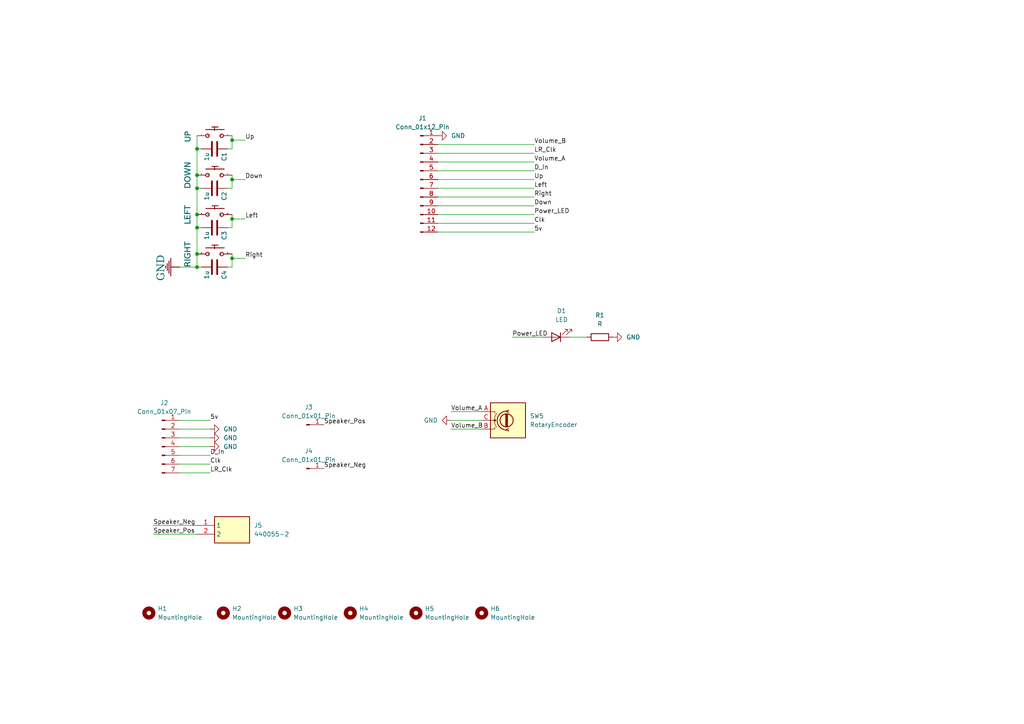
<source format=kicad_sch>
(kicad_sch (version 20250114) (generator "eeschema") (generator_version "9.0")
  (paper "A4")
  (lib_symbols
    (symbol "440055-2:440055-2"
      (property "Reference" "J" (at 16.51 7.62 0))
      (property "Value" "440055-2" (at 16.51 5.08 0))
      (symbol "440055-2_1_1"
        (rectangle (start 5.08 2.54) (end 15.24 -5.08) (stroke (width 0.254)) (fill (type background)))
        (pin passive line (at 0 0 0) (length 5.08) (name "1") (number "1"))
        (pin passive line (at 0 -2.54 0) (length 5.08) (name "2") (number "2"))
      )
    )
    (symbol "Connector:Conn_01x01_Pin" (pin_names (offset 1.016) (hide yes))
      (property "Reference" "J" (at 0 2.54 0))
      (property "Value" "Conn_01x01_Pin" (at 0 -2.54 0))
      (symbol "Conn_01x01_Pin_1_1"
        (rectangle (start 0.8636 0.127) (end 0 -0.127) (stroke (width 0.1524)) (fill (type outline)))
        (polyline (pts (xy 1.27 0) (xy 0.8636 0)) (stroke (width 0.1524)))
        (pin passive line (at 5.08 0 180) (length 3.81) (name "Pin_1") (number "1"))
      )
    )
    (symbol "Connector:Conn_01x07_Pin" (pin_names (offset 1.016) (hide yes))
      (property "Reference" "J" (at 0 10.16 0))
      (property "Value" "Conn_01x07_Pin" (at 0 -10.16 0))
      (symbol "Conn_01x07_Pin_1_1"
        (rectangle (start 0.8636 7.747) (end 0 7.493) (stroke (width 0.1524)) (fill (type outline)))
        (rectangle (start 0.8636 5.207) (end 0 4.953) (stroke (width 0.1524)) (fill (type outline)))
        (rectangle (start 0.8636 2.667) (end 0 2.413) (stroke (width 0.1524)) (fill (type outline)))
        (rectangle (start 0.8636 0.127) (end 0 -0.127) (stroke (width 0.1524)) (fill (type outline)))
        (rectangle (start 0.8636 -2.413) (end 0 -2.667) (stroke (width 0.1524)) (fill (type outline)))
        (rectangle (start 0.8636 -4.953) (end 0 -5.207) (stroke (width 0.1524)) (fill (type outline)))
        (rectangle (start 0.8636 -7.493) (end 0 -7.747) (stroke (width 0.1524)) (fill (type outline)))
        (polyline (pts (xy 1.27 7.62) (xy 0.8636 7.62)) (stroke (width 0.1524)))
        (polyline (pts (xy 1.27 5.08) (xy 0.8636 5.08)) (stroke (width 0.1524)))
        (polyline (pts (xy 1.27 2.54) (xy 0.8636 2.54)) (stroke (width 0.1524)))
        (polyline (pts (xy 1.27 0) (xy 0.8636 0)) (stroke (width 0.1524)))
        (polyline (pts (xy 1.27 -2.54) (xy 0.8636 -2.54)) (stroke (width 0.1524)))
        (polyline (pts (xy 1.27 -5.08) (xy 0.8636 -5.08)) (stroke (width 0.1524)))
        (polyline (pts (xy 1.27 -7.62) (xy 0.8636 -7.62)) (stroke (width 0.1524)))
        (pin passive line (at 5.08 7.62 180) (length 3.81) (name "Pin_1") (number "1"))
        (pin passive line (at 5.08 5.08 180) (length 3.81) (name "Pin_2") (number "2"))
        (pin passive line (at 5.08 2.54 180) (length 3.81) (name "Pin_3") (number "3"))
        (pin passive line (at 5.08 0 180) (length 3.81) (name "Pin_4") (number "4"))
        (pin passive line (at 5.08 -2.54 180) (length 3.81) (name "Pin_5") (number "5"))
        (pin passive line (at 5.08 -5.08 180) (length 3.81) (name "Pin_6") (number "6"))
        (pin passive line (at 5.08 -7.62 180) (length 3.81) (name "Pin_7") (number "7"))
      )
    )
    (symbol "Connector:Conn_01x12_Pin" (pin_names (offset 1.016) (hide yes))
      (property "Reference" "J" (at 0 15.24 0))
      (property "Value" "Conn_01x12_Pin" (at 0 -17.78 0))
      (symbol "Conn_01x12_Pin_1_1"
        (rectangle (start 0.8636 12.827) (end 0 12.573) (stroke (width 0.1524)) (fill (type outline)))
        (rectangle (start 0.8636 10.287) (end 0 10.033) (stroke (width 0.1524)) (fill (type outline)))
        (rectangle (start 0.8636 7.747) (end 0 7.493) (stroke (width 0.1524)) (fill (type outline)))
        (rectangle (start 0.8636 5.207) (end 0 4.953) (stroke (width 0.1524)) (fill (type outline)))
        (rectangle (start 0.8636 2.667) (end 0 2.413) (stroke (width 0.1524)) (fill (type outline)))
        (rectangle (start 0.8636 0.127) (end 0 -0.127) (stroke (width 0.1524)) (fill (type outline)))
        (rectangle (start 0.8636 -2.413) (end 0 -2.667) (stroke (width 0.1524)) (fill (type outline)))
        (rectangle (start 0.8636 -4.953) (end 0 -5.207) (stroke (width 0.1524)) (fill (type outline)))
        (rectangle (start 0.8636 -7.493) (end 0 -7.747) (stroke (width 0.1524)) (fill (type outline)))
        (rectangle (start 0.8636 -10.033) (end 0 -10.287) (stroke (width 0.1524)) (fill (type outline)))
        (rectangle (start 0.8636 -12.573) (end 0 -12.827) (stroke (width 0.1524)) (fill (type outline)))
        (rectangle (start 0.8636 -15.113) (end 0 -15.367) (stroke (width 0.1524)) (fill (type outline)))
        (polyline (pts (xy 1.27 12.7) (xy 0.8636 12.7)) (stroke (width 0.1524)))
        (polyline (pts (xy 1.27 10.16) (xy 0.8636 10.16)) (stroke (width 0.1524)))
        (polyline (pts (xy 1.27 7.62) (xy 0.8636 7.62)) (stroke (width 0.1524)))
        (polyline (pts (xy 1.27 5.08) (xy 0.8636 5.08)) (stroke (width 0.1524)))
        (polyline (pts (xy 1.27 2.54) (xy 0.8636 2.54)) (stroke (width 0.1524)))
        (polyline (pts (xy 1.27 0) (xy 0.8636 0)) (stroke (width 0.1524)))
        (polyline (pts (xy 1.27 -2.54) (xy 0.8636 -2.54)) (stroke (width 0.1524)))
        (polyline (pts (xy 1.27 -5.08) (xy 0.8636 -5.08)) (stroke (width 0.1524)))
        (polyline (pts (xy 1.27 -7.62) (xy 0.8636 -7.62)) (stroke (width 0.1524)))
        (polyline (pts (xy 1.27 -10.16) (xy 0.8636 -10.16)) (stroke (width 0.1524)))
        (polyline (pts (xy 1.27 -12.7) (xy 0.8636 -12.7)) (stroke (width 0.1524)))
        (polyline (pts (xy 1.27 -15.24) (xy 0.8636 -15.24)) (stroke (width 0.1524)))
        (pin passive line (at 5.08 12.7 180) (length 3.81) (name "Pin_1") (number "1"))
        (pin passive line (at 5.08 10.16 180) (length 3.81) (name "Pin_2") (number "2"))
        (pin passive line (at 5.08 7.62 180) (length 3.81) (name "Pin_3") (number "3"))
        (pin passive line (at 5.08 5.08 180) (length 3.81) (name "Pin_4") (number "4"))
        (pin passive line (at 5.08 2.54 180) (length 3.81) (name "Pin_5") (number "5"))
        (pin passive line (at 5.08 0 180) (length 3.81) (name "Pin_6") (number "6"))
        (pin passive line (at 5.08 -2.54 180) (length 3.81) (name "Pin_7") (number "7"))
        (pin passive line (at 5.08 -5.08 180) (length 3.81) (name "Pin_8") (number "8"))
        (pin passive line (at 5.08 -7.62 180) (length 3.81) (name "Pin_9") (number "9"))
        (pin passive line (at 5.08 -10.16 180) (length 3.81) (name "Pin_10") (number "10"))
        (pin passive line (at 5.08 -12.7 180) (length 3.81) (name "Pin_11") (number "11"))
        (pin passive line (at 5.08 -15.24 180) (length 3.81) (name "Pin_12") (number "12"))
      )
    )
    (symbol "Device:C" (pin_numbers (hide yes)) (pin_names (offset 0.254))
      (property "Reference" "C" (at 0.635 2.54 0))
      (property "Value" "C" (at 0.635 -2.54 0))
      (symbol "C_0_1"
        (polyline (pts (xy -2.032 0.762) (xy 2.032 0.762)) (stroke (width 0.508)))
        (polyline (pts (xy -2.032 -0.762) (xy 2.032 -0.762)) (stroke (width 0.508)))
      )
      (symbol "C_1_1"
        (pin passive line (at 0 3.81 270) (length 2.794) (name "~") (number "1"))
        (pin passive line (at 0 -3.81 90) (length 2.794) (name "~") (number "2"))
      )
    )
    (symbol "Device:LED" (pin_numbers (hide yes)) (pin_names (offset 1.016) (hide yes))
      (property "Reference" "D" (at 0 2.54 0))
      (property "Value" "LED" (at 0 -2.54 0))
      (symbol "LED_0_1"
        (polyline (pts (xy -3.048 -0.762) (xy -4.572 -2.286) (xy -3.81 -2.286) (xy -4.572 -2.286) (xy -4.572 -1.524)))
        (polyline (pts (xy -1.778 -0.762) (xy -3.302 -2.286) (xy -2.54 -2.286) (xy -3.302 -2.286) (xy -3.302 -1.524)))
        (polyline (pts (xy -1.27 0) (xy 1.27 0)))
        (polyline (pts (xy -1.27 -1.27) (xy -1.27 1.27)) (stroke (width 0.254)))
        (polyline (pts (xy 1.27 -1.27) (xy 1.27 1.27) (xy -1.27 0) (xy 1.27 -1.27)) (stroke (width 0.254)))
      )
      (symbol "LED_1_1"
        (pin passive line (at -3.81 0 0) (length 2.54) (name "K") (number "1"))
        (pin passive line (at 3.81 0 180) (length 2.54) (name "A") (number "2"))
      )
    )
    (symbol "Device:R" (pin_numbers (hide yes)) (pin_names (offset 0))
      (property "Reference" "R" (at 2.032 0 90))
      (property "Value" "R" (at 0 0 90))
      (symbol "R_0_1"
        (rectangle (start -1.016 -2.54) (end 1.016 2.54) (stroke (width 0.254)))
      )
      (symbol "R_1_1"
        (pin passive line (at 0 3.81 270) (length 1.27) (name "~") (number "1"))
        (pin passive line (at 0 -3.81 90) (length 1.27) (name "~") (number "2"))
      )
    )
    (symbol "Device:RotaryEncoder" (pin_names (offset 0.254) (hide yes))
      (property "Reference" "SW" (at 0 6.604 0))
      (property "Value" "RotaryEncoder" (at 0 -6.604 0))
      (symbol "RotaryEncoder_0_1"
        (rectangle (start -5.08 5.08) (end 5.08 -5.08) (stroke (width 0.254)) (fill (type background)))
        (polyline (pts (xy -5.08 2.54) (xy -3.81 2.54) (xy -3.81 2.032)))
        (polyline (pts (xy -5.08 0) (xy -3.81 0) (xy -3.81 -1.016) (xy -3.302 -2.032)))
        (polyline (pts (xy -5.08 -2.54) (xy -3.81 -2.54) (xy -3.81 -2.032)))
        (polyline (pts (xy -4.318 0) (xy -3.81 0) (xy -3.81 1.016) (xy -3.302 2.032)))
        (circle (center -3.81 0) (radius 0.254) (fill (type outline)))
        (polyline (pts (xy -0.635 -1.778) (xy -0.635 1.778)) (stroke (width 0.254)))
        (circle (center -0.381 0) (radius 1.905) (stroke (width 0.254)))
        (polyline (pts (xy -0.381 -1.778) (xy -0.381 1.778)) (stroke (width 0.254)))
        (arc (start -0.381 -2.794) (mid -3.0988 -0.0635) (end -0.381 2.667) (stroke (width 0.254)))
        (polyline (pts (xy -0.127 1.778) (xy -0.127 -1.778)) (stroke (width 0.254)))
        (polyline (pts (xy 0.254 2.921) (xy -0.508 2.667) (xy 0.127 2.286)) (stroke (width 0.254)))
        (polyline (pts (xy 0.254 -3.048) (xy -0.508 -2.794) (xy 0.127 -2.413)) (stroke (width 0.254)))
      )
      (symbol "RotaryEncoder_1_1"
        (pin passive line (at -7.62 2.54 0) (length 2.54) (name "A") (number "A"))
        (pin passive line (at -7.62 0 0) (length 2.54) (name "C") (number "C"))
        (pin passive line (at -7.62 -2.54 0) (length 2.54) (name "B") (number "B"))
      )
    )
    (symbol "GND" (power) (pin_numbers (hide yes)) (pin_names (hide yes))
      (property "Value" "GND" (at 0 6.35 0))
      (symbol "GND_0_0"
        (polyline (pts (xy -2.54 -2.54) (xy 2.54 -2.54)) (stroke (width 0.254)))
        (polyline (pts (xy -1.778 -3.048) (xy 1.778 -3.048)) (stroke (width 0.254)))
        (polyline (pts (xy -1.016 -3.556) (xy 1.016 -3.556)) (stroke (width 0.254)))
        (polyline (pts (xy -0.254 -4.064) (xy 0.254 -4.064)) (stroke (width 0.254)))
        (polyline (pts (xy 0 0) (xy 0 -2.54)) (stroke (width 0.254)))
        (pin power_in line (at 0 0 270) (length 0) (name "GND") (number "1"))
      )
    )
    (symbol "Mechanical:MountingHole" (pin_names (offset 1.016)) (exclude_from_sim yes) (in_bom no)
      (property "Reference" "H" (at 0 5.08 0))
      (property "Value" "MountingHole" (at 0 3.175 0))
      (symbol "MountingHole_0_1"
        (circle (center 0 0) (radius 1.27) (stroke (width 1.27)))
      )
    )
    (symbol "hassan_buton copy"
      (property "Value" "DOWN" (at -3.7338 -6.7691 0))
      (symbol "hassan_buton copy_0_0"
        (polyline (pts (xy -2.54 -0.762) (xy -2.54 1.016)) (stroke (width 0.254)))
        (polyline (pts (xy -1.778 -2.54) (xy -1.778 2.794)) (stroke (width 0.254)))
        (polyline (pts (xy -1.524 0) (xy -2.54 0)) (stroke (width 0.254)))
        (circle (center 0 -2.032) (radius 0.508) (stroke (width 0.254)))
        (circle (center 0.0254 2.0574) (radius 0.508) (stroke (width 0.254)))
        (pin unspecified line (at 0 5.08 270) (length 2.54) (name "P$2") (number "1"))
        (pin unspecified line (at 0 -5.08 90) (length 2.54) (name "P$1") (number "2"))
      )
    )
    (symbol "hassan_buton copy_1"
      (property "Value" "LEFT" (at -2.8956 -6.7691 0))
      (symbol "hassan_buton copy_1_0_0"
        (polyline (pts (xy -2.54 -0.762) (xy -2.54 1.016)) (stroke (width 0.254)))
        (polyline (pts (xy -1.778 -2.54) (xy -1.778 2.794)) (stroke (width 0.254)))
        (polyline (pts (xy -1.524 0) (xy -2.54 0)) (stroke (width 0.254)))
        (circle (center 0 -2.032) (radius 0.508) (stroke (width 0.254)))
        (circle (center 0.0254 2.0574) (radius 0.508) (stroke (width 0.254)))
        (pin unspecified line (at 0 5.08 270) (length 2.54) (name "P$2") (number "P$3"))
        (pin unspecified line (at 0 -5.08 90) (length 2.54) (name "P$1") (number "P$2"))
      )
    )
    (symbol "hassan_buton copy_2"
      (property "Value" "RIGHT" (at -3.683 -6.7691 0))
      (symbol "hassan_buton copy_2_0_0"
        (polyline (pts (xy -2.54 -0.762) (xy -2.54 1.016)) (stroke (width 0.254)))
        (polyline (pts (xy -1.778 -2.54) (xy -1.778 2.794)) (stroke (width 0.254)))
        (polyline (pts (xy -1.524 0) (xy -2.54 0)) (stroke (width 0.254)))
        (circle (center 0 -2.032) (radius 0.508) (stroke (width 0.254)))
        (circle (center 0.0254 2.0574) (radius 0.508) (stroke (width 0.254)))
        (pin unspecified line (at 0 5.08 270) (length 2.54) (name "P$2") (number "P$3"))
        (pin unspecified line (at 0 -5.08 90) (length 2.54) (name "P$1") (number "P$2"))
      )
    )
    (symbol "hassan_buton copy_6"
      (property "Value" "UP" (at -1.6256 -6.7183 0))
      (symbol "hassan_buton copy_6_0_0"
        (polyline (pts (xy -2.54 -0.762) (xy -2.54 1.016)) (stroke (width 0.254)))
        (polyline (pts (xy -1.778 -2.54) (xy -1.778 2.794)) (stroke (width 0.254)))
        (polyline (pts (xy -1.524 0) (xy -2.54 0)) (stroke (width 0.254)))
        (circle (center 0 -2.032) (radius 0.508) (stroke (width 0.254)))
        (circle (center 0.0254 2.0574) (radius 0.508) (stroke (width 0.254)))
        (pin unspecified line (at 0 5.08 270) (length 2.54) (name "P$2") (number "2"))
        (pin unspecified line (at 0 -5.08 90) (length 2.54) (name "P$1") (number "1"))
      )
    )
    (symbol "power:GND" (power) (pin_numbers (hide yes)) (pin_names (offset 0) (hide yes))
      (property "Value" "GND" (at 0 -3.81 0))
      (symbol "GND_0_1"
        (polyline (pts (xy 0 0) (xy 0 -1.27) (xy 1.27 -1.27) (xy 0 -2.54) (xy -1.27 -1.27) (xy 0 -1.27)))
      )
      (symbol "GND_1_1"
        (pin power_in line (at 0 0 270) (length 0) (name "~") (number "1"))
      )
    )
  )
  (junction (at 57.15 43.18))
  (junction (at 57.15 62.23))
  (junction (at 57.15 50.8))
  (junction (at 67.31 63.5))
  (junction (at 67.31 40.64))
  (junction (at 57.15 73.66))
  (junction (at 57.15 54.61))
  (junction (at 67.31 52.07))
  (junction (at 67.31 74.93))
  (junction (at 57.15 66.04))
  (junction (at 57.15 77.47))
  (wire (pts (xy 67.31 63.5) (xy 67.31 62.23)))
  (wire (pts (xy 57.15 62.23) (xy 57.15 66.04)))
  (wire (pts (xy 127 67.31) (xy 154.94 67.31)))
  (wire (pts (xy 67.31 43.18) (xy 67.31 40.64)))
  (wire (pts (xy 127 49.53) (xy 154.94 49.53)))
  (wire (pts (xy 130.81 119.38) (xy 139.7 119.38)))
  (wire (pts (xy 66.04 54.61) (xy 67.31 54.61)))
  (wire (pts (xy 67.31 40.64) (xy 71.12 40.64)))
  (wire (pts (xy 67.31 77.47) (xy 67.31 74.93)))
  (wire (pts (xy 44.45 154.94) (xy 57.15 154.94)))
  (wire (pts (xy 127 62.23) (xy 154.94 62.23)))
  (wire (pts (xy 57.15 66.04) (xy 58.42 66.04)))
  (wire (pts (xy 67.31 74.93) (xy 71.12 74.93)))
  (wire (pts (xy 66.04 66.04) (xy 67.31 66.04)))
  (wire (pts (xy 57.15 50.8) (xy 57.15 54.61)))
  (wire (pts (xy 148.59 97.79) (xy 157.48 97.79)))
  (wire (pts (xy 67.31 40.64) (xy 67.31 39.37)))
  (wire (pts (xy 127 57.15) (xy 154.94 57.15)))
  (wire (pts (xy 52.07 77.47) (xy 57.15 77.47)))
  (wire (pts (xy 127 54.61) (xy 154.94 54.61)))
  (wire (pts (xy 52.07 124.46) (xy 60.96 124.46)))
  (wire (pts (xy 57.15 43.18) (xy 58.42 43.18)))
  (wire (pts (xy 52.07 132.08) (xy 60.96 132.08)))
  (wire (pts (xy 52.07 134.62) (xy 60.96 134.62)))
  (wire (pts (xy 57.15 54.61) (xy 58.42 54.61)))
  (wire (pts (xy 67.31 73.66) (xy 67.31 74.93)))
  (wire (pts (xy 127 52.07) (xy 154.94 52.07)))
  (wire (pts (xy 52.07 137.16) (xy 60.96 137.16)))
  (wire (pts (xy 127 46.99) (xy 154.94 46.99)))
  (wire (pts (xy 165.1 97.79) (xy 170.18 97.79)))
  (wire (pts (xy 130.81 121.92) (xy 139.7 121.92)))
  (wire (pts (xy 52.07 127) (xy 60.96 127)))
  (wire (pts (xy 67.31 52.07) (xy 67.31 50.8)))
  (wire (pts (xy 52.07 129.54) (xy 60.96 129.54)))
  (wire (pts (xy 57.15 66.04) (xy 57.15 73.66)))
  (wire (pts (xy 67.31 63.5) (xy 71.12 63.5)))
  (wire (pts (xy 57.15 73.66) (xy 57.15 77.47)))
  (wire (pts (xy 67.31 52.07) (xy 71.12 52.07)))
  (wire (pts (xy 57.15 43.18) (xy 57.15 50.8)))
  (wire (pts (xy 127 41.91) (xy 154.94 41.91)))
  (wire (pts (xy 52.07 121.92) (xy 60.96 121.92)))
  (wire (pts (xy 57.15 39.37) (xy 57.15 43.18)))
  (wire (pts (xy 130.81 124.46) (xy 139.7 124.46)))
  (wire (pts (xy 57.15 77.47) (xy 58.42 77.47)))
  (wire (pts (xy 57.15 54.61) (xy 57.15 62.23)))
  (wire (pts (xy 127 59.69) (xy 154.94 59.69)))
  (wire (pts (xy 127 44.45) (xy 154.94 44.45)))
  (wire (pts (xy 127 64.77) (xy 154.94 64.77)))
  (wire (pts (xy 67.31 66.04) (xy 67.31 63.5)))
  (wire (pts (xy 66.04 77.47) (xy 67.31 77.47)))
  (wire (pts (xy 66.04 43.18) (xy 67.31 43.18)))
  (wire (pts (xy 67.31 54.61) (xy 67.31 52.07)))
  (wire (pts (xy 44.45 152.4) (xy 57.15 152.4)))
  (label "Power_LED" (at 148.59 97.79 0))
  (label "Down" (at 154.94 59.69 0))
  (label "Volume_B" (at 154.94 41.91 0))
  (label "Speaker_Pos" (at 93.98 123.19 0))
  (label "D_In" (at 154.94 49.53 0))
  (label "5v" (at 60.96 121.92 0))
  (label "Speaker_Neg" (at 93.98 135.89 0))
  (label "LR_Clk" (at 60.96 137.16 0))
  (label "D_In" (at 60.96 132.08 0))
  (label "Power_LED" (at 154.94 62.23 0))
  (label "Up" (at 154.94 52.07 0))
  (label "Left" (at 154.94 54.61 0))
  (label "Right" (at 71.12 74.93 0))
  (label "Volume_A" (at 130.81 119.38 0))
  (label "Clk" (at 60.96 134.62 0))
  (label "Right" (at 154.94 57.15 0))
  (label "LR_Clk" (at 154.94 44.45 0))
  (label "Down" (at 71.12 52.07 0))
  (label "Up" (at 71.12 40.64 0))
  (label "Volume_B" (at 130.81 124.46 0))
  (label "5v" (at 154.94 67.31 0))
  (label "Speaker_Neg" (at 44.45 152.4 0))
  (label "Speaker_Pos" (at 44.45 154.94 0))
  (label "Volume_A" (at 154.94 46.99 0))
  (label "Left" (at 71.12 63.5 0))
  (label "Clk" (at 154.94 64.77 0))
  (symbol (lib_id "Device:RotaryEncoder") (at 147.32 121.92 0) (unit 1)
    (property "Reference" "SW5" (at 153.67 120.6499 0) (effects (justify left)))
    (property "Value" "RotaryEncoder" (at 153.67 123.1899 0) (effects (justify left)))
    (property "Footprint" "GGfoorptintLibrary:PES12" (effects (hide yes)))
    (property "Description" "Rotary encoder, dual channel, incremental quadrate outputs" (effects (hide yes)))
  )
  (symbol (lib_id "hassan_buton copy_2") (at 62.23 73.66 270) (unit 1)
    (property "Reference" "SW4" (effects (hide yes)))
    (property "Value" "RIGHT" (at 55.4609 69.977 0) (effects (font (size 1.6891 1.6891)) (justify left top)))
    (property "Footprint" "GGfoorptintLibrary:BUTTON" (effects (hide yes)))
    (property "Supplier" "SparkFun" (effects (hide yes)))
  )
  (symbol (lib_id "Connector:Conn_01x12_Pin") (at 121.92 52.07 0) (unit 1)
    (property "Reference" "J1" (at 122.555 34.29 0))
    (property "Value" "Conn_01x12_Pin" (at 122.555 36.83 0))
    (property "Footprint" "Connector_PinHeader_2.54mm:PinHeader_1x12_P2.54mm_Vertical" (effects (hide yes)))
    (property "Description" "Generic connector, single row, 01x12, script generated" (effects (hide yes)))
  )
  (symbol (lib_id "hassan_buton copy_6") (at 62.23 39.37 270) (unit 1)
    (property "Reference" "SW1" (effects (hide yes)))
    (property "Value" "UP" (at 55.5117 37.7444 0) (effects (font (size 1.6891 1.6891)) (justify left top)))
    (property "Footprint" "GGfoorptintLibrary:BUTTON" (effects (hide yes)))
    (property "Supplier Part" "COM-08720" (effects (hide yes)))
    (property "Supplier" "SparkFun" (effects (hide yes)))
  )
  (symbol (lib_id "440055-2:440055-2") (at 57.15 152.4 0) (unit 1)
    (property "Reference" "J5" (at 73.66 152.3999 0) (effects (justify left)))
    (property "Value" "440055-2" (at 73.66 154.9399 0) (effects (justify left)))
    (property "Footprint" "SHDRRA2W50P0X200_1X2_600X770X525P" (effects (hide yes)))
    (property "Datasheet" "https://www.te.com/commerce/DocumentDelivery/DDEController?Action=srchrtrv&DocNm=1-1773713-2_HPI_QRG_EN&DocType=Data%20Sheet&DocLang=English&PartCntxt=440055-2&DocFormat=pdf" (effects (hide yes)))
    (property "Description" "Body Features: Primary Product Color Natural | Configuration Features: Number of Rows 1 | PCB Mount Orientation Right Angle | Number of Positions 2 | Contact Features: Contact Mating Area Length .138 INCH | PCB Contact Termination Area Plating Material Finish Bright | Contact Mating Area Plating Material Tin | Contact Mating Area Length 3.5 MM | Mating Square Post Dimension .5 MM | Contact Base Material Brass | Contact Current Rating (Max) 3 AMP | Contact Type Pin | PCB Contact Termination Area Plating Mate" (effects (hide yes)))
    (property "Height" "5.25" (effects (hide yes)))
    (property "Manufacturer_Name" "TE Connectivity" (effects (hide yes)))
    (property "Manufacturer_Part_Number" "440055-2" (effects (hide yes)))
    (property "Mouser Part Number" "571-440055-2" (effects (hide yes)))
    (property "Mouser Price/Stock" "https://www.mouser.co.uk/ProductDetail/TE-Connectivity/440055-2?qs=DE9Qji9blsSmCkgS7fKI6w%3D%3D" (effects (hide yes)))
    (property "Arrow Part Number" "440055-2" (effects (hide yes)))
    (property "Arrow Price/Stock" "https://www.arrow.com/en/products/440055-2/te-connectivity?utm_currency=USD&region=nac" (effects (hide yes)))
  )
  (symbol (lib_id "Connector:Conn_01x07_Pin") (at 46.99 129.54 0) (unit 1)
    (property "Reference" "J2" (at 47.625 116.84 0))
    (property "Value" "Conn_01x07_Pin" (at 47.625 119.38 0))
    (property "Footprint" "Connector_PinHeader_2.54mm:PinHeader_1x07_P2.54mm_Vertical" (effects (hide yes)))
    (property "Description" "Generic connector, single row, 01x07, script generated" (effects (hide yes)))
  )
  (symbol (lib_id "power:GND") (at 130.81 121.92 270) (unit 1)
    (property "Reference" "#PWR07" (effects (hide yes)))
    (property "Value" "GND" (at 127 121.9199 90) (effects (justify right)))
    (property "Description" "Power symbol creates a global label with name \"GND\" , ground" (effects (hide yes)))
  )
  (symbol (lib_id "Mechanical:MountingHole") (at 64.77 177.8 0) (unit 1) (exclude_from_sim yes) (in_bom no)
    (property "Reference" "H2" (at 67.31 176.5299 0) (effects (justify left)))
    (property "Value" "MountingHole" (at 67.31 179.0699 0) (effects (justify left)))
    (property "Footprint" "MountingHole:MountingHole_2mm" (effects (hide yes)))
    (property "Description" "Mounting Hole without connection" (effects (hide yes)))
  )
  (symbol (lib_id "Mechanical:MountingHole") (at 101.6 177.8 0) (unit 1) (exclude_from_sim yes) (in_bom no)
    (property "Reference" "H4" (at 104.14 176.5299 0) (effects (justify left)))
    (property "Value" "MountingHole" (at 104.14 179.0699 0) (effects (justify left)))
    (property "Footprint" "MountingHole:MountingHole_2mm" (effects (hide yes)))
    (property "Description" "Mounting Hole without connection" (effects (hide yes)))
  )
  (symbol (lib_id "Mechanical:MountingHole") (at 139.7 177.8 0) (unit 1) (exclude_from_sim yes) (in_bom no)
    (property "Reference" "H6" (at 142.24 176.5299 0) (effects (justify left)))
    (property "Value" "MountingHole" (at 142.24 179.0699 0) (effects (justify left)))
    (property "Footprint" "MountingHole:MountingHole_2mm" (effects (hide yes)))
    (property "Description" "Mounting Hole without connection" (effects (hide yes)))
  )
  (symbol (lib_id "hassan_buton copy") (at 62.23 50.8 270) (unit 1)
    (property "Reference" "SW2" (effects (hide yes)))
    (property "Value" "DOWN" (at 55.4609 47.0662 0) (effects (font (size 1.6891 1.6891)) (justify left top)))
    (property "Footprint" "GGfoorptintLibrary:BUTTON" (effects (hide yes)))
    (property "Supplier" "SparkFun" (effects (hide yes)))
  )
  (symbol (lib_id "Device:R") (at 173.99 97.79 90) (unit 1)
    (property "Reference" "R1" (at 173.99 91.44 90))
    (property "Value" "R" (at 173.99 93.98 90))
    (property "Footprint" "Resistor_THT:R_Axial_DIN0204_L3.6mm_D1.6mm_P7.62mm_Horizontal" (effects (hide yes)))
    (property "Description" "Resistor" (effects (hide yes)))
  )
  (symbol (lib_id "power:GND") (at 60.96 124.46 90) (unit 1)
    (property "Reference" "#PWR02" (effects (hide yes)))
    (property "Value" "GND" (at 64.77 124.4599 90) (effects (justify right)))
    (property "Description" "Power symbol creates a global label with name \"GND\" , ground" (effects (hide yes)))
  )
  (symbol (lib_id "Device:LED") (at 161.29 97.79 180) (unit 1)
    (property "Reference" "D1" (at 162.8775 90.17 0))
    (property "Value" "LED" (at 162.8775 92.71 0))
    (property "Footprint" "LED_THT:LED_D3.0mm" (effects (hide yes)))
    (property "Description" "Light emitting diode" (effects (hide yes)))
  )
  (symbol (lib_id "Mechanical:MountingHole") (at 120.65 177.8 0) (unit 1) (exclude_from_sim yes) (in_bom no)
    (property "Reference" "H5" (at 123.19 176.5299 0) (effects (justify left)))
    (property "Value" "MountingHole" (at 123.19 179.0699 0) (effects (justify left)))
    (property "Footprint" "MountingHole:MountingHole_2mm" (effects (hide yes)))
    (property "Description" "Mounting Hole without connection" (effects (hide yes)))
  )
  (symbol (lib_id "power:GND") (at 60.96 127 90) (unit 1)
    (property "Reference" "#PWR05" (effects (hide yes)))
    (property "Value" "GND" (at 64.77 126.9999 90) (effects (justify right)))
    (property "Description" "Power symbol creates a global label with name \"GND\" , ground" (effects (hide yes)))
  )
  (symbol (lib_id "Device:C") (at 62.23 43.18 90) (unit 1)
    (property "Reference" "C1" (at 65.024 45.466 0))
    (property "Value" "1u" (at 59.944 45.466 0))
    (property "Footprint" "Capacitor_THT:C_Disc_D5.0mm_W2.5mm_P2.50mm" (effects (hide yes)))
    (property "Description" "Unpolarized capacitor" (effects (hide yes)))
  )
  (symbol (lib_id "Connector:Conn_01x01_Pin") (at 88.9 123.19 0) (unit 1)
    (property "Reference" "J3" (at 89.535 118.11 0))
    (property "Value" "Conn_01x01_Pin" (at 89.535 120.65 0))
    (property "Footprint" "Connector_PinHeader_2.54mm:PinHeader_1x01_P2.54mm_Vertical" (effects (hide yes)))
    (property "Description" "Generic connector, single row, 01x01, script generated" (effects (hide yes)))
  )
  (symbol (lib_id "GND") (at 52.07 77.47 270) (unit 1)
    (property "Reference" "#PWR01" (effects (hide yes)))
    (property "Value" "GND" (at 45.466 74.168 0) (effects (font (size 2.1717 2.1717)) (justify left bottom)))
    (property "Description" "Power symbol creates a global label with name 'GND'" (effects (hide yes)))
  )
  (symbol (lib_id "Device:C") (at 62.23 54.61 90) (unit 1)
    (property "Reference" "C2" (at 65.024 56.896 0))
    (property "Value" "1u" (at 59.944 56.896 0))
    (property "Footprint" "Capacitor_THT:C_Disc_D5.0mm_W2.5mm_P2.50mm" (effects (hide yes)))
    (property "Description" "Unpolarized capacitor" (effects (hide yes)))
  )
  (symbol (lib_id "power:GND") (at 127 39.37 90) (unit 1)
    (property "Reference" "#PWR04" (effects (hide yes)))
    (property "Value" "GND" (at 130.81 39.3699 90) (effects (justify right)))
    (property "Description" "Power symbol creates a global label with name \"GND\" , ground" (effects (hide yes)))
  )
  (symbol (lib_id "Device:C") (at 62.23 66.04 90) (unit 1)
    (property "Reference" "C3" (at 65.024 68.326 0))
    (property "Value" "1u" (at 59.944 68.326 0))
    (property "Footprint" "Capacitor_THT:C_Disc_D5.0mm_W2.5mm_P2.50mm" (effects (hide yes)))
    (property "Description" "Unpolarized capacitor" (effects (hide yes)))
  )
  (symbol (lib_id "power:GND") (at 60.96 129.54 90) (unit 1)
    (property "Reference" "#PWR06" (effects (hide yes)))
    (property "Value" "GND" (at 64.77 129.5399 90) (effects (justify right)))
    (property "Description" "Power symbol creates a global label with name \"GND\" , ground" (effects (hide yes)))
  )
  (symbol (lib_id "Device:C") (at 62.23 77.47 90) (unit 1)
    (property "Reference" "C4" (at 65.024 79.756 0))
    (property "Value" "1u" (at 59.944 79.756 0))
    (property "Footprint" "Capacitor_THT:C_Disc_D5.0mm_W2.5mm_P2.50mm" (effects (hide yes)))
    (property "Description" "Unpolarized capacitor" (effects (hide yes)))
  )
  (symbol (lib_id "power:GND") (at 177.8 97.79 90) (unit 1)
    (property "Reference" "#PWR03" (effects (hide yes)))
    (property "Value" "GND" (at 181.61 97.7899 90) (effects (justify right)))
    (property "Description" "Power symbol creates a global label with name \"GND\" , ground" (effects (hide yes)))
  )
  (symbol (lib_id "hassan_buton copy_1") (at 62.23 62.23 270) (unit 1)
    (property "Reference" "SW3" (effects (hide yes)))
    (property "Value" "LEFT" (at 55.4609 59.3344 0) (effects (font (size 1.6891 1.6891)) (justify left top)))
    (property "Footprint" "GGfoorptintLibrary:BUTTON" (effects (hide yes)))
    (property "Supplier" "SparkFun" (effects (hide yes)))
  )
  (symbol (lib_id "Connector:Conn_01x01_Pin") (at 88.9 135.89 0) (unit 1)
    (property "Reference" "J4" (at 89.535 130.81 0))
    (property "Value" "Conn_01x01_Pin" (at 89.535 133.35 0))
    (property "Footprint" "Connector_PinHeader_2.54mm:PinHeader_1x01_P2.54mm_Vertical" (effects (hide yes)))
    (property "Description" "Generic connector, single row, 01x01, script generated" (effects (hide yes)))
  )
  (symbol (lib_id "Mechanical:MountingHole") (at 82.55 177.8 0) (unit 1) (exclude_from_sim yes) (in_bom no)
    (property "Reference" "H3" (at 85.09 176.5299 0) (effects (justify left)))
    (property "Value" "MountingHole" (at 85.09 179.0699 0) (effects (justify left)))
    (property "Footprint" "MountingHole:MountingHole_2mm" (effects (hide yes)))
    (property "Description" "Mounting Hole without connection" (effects (hide yes)))
  )
  (symbol (lib_id "Mechanical:MountingHole") (at 43.18 177.8 0) (unit 1) (exclude_from_sim yes) (in_bom no)
    (property "Reference" "H1" (at 45.72 176.5299 0) (effects (justify left)))
    (property "Value" "MountingHole" (at 45.72 179.0699 0) (effects (justify left)))
    (property "Footprint" "MountingHole:MountingHole_3.5mm" (effects (hide yes)))
    (property "Description" "Mounting Hole without connection" (effects (hide yes)))
  )
)
</source>
